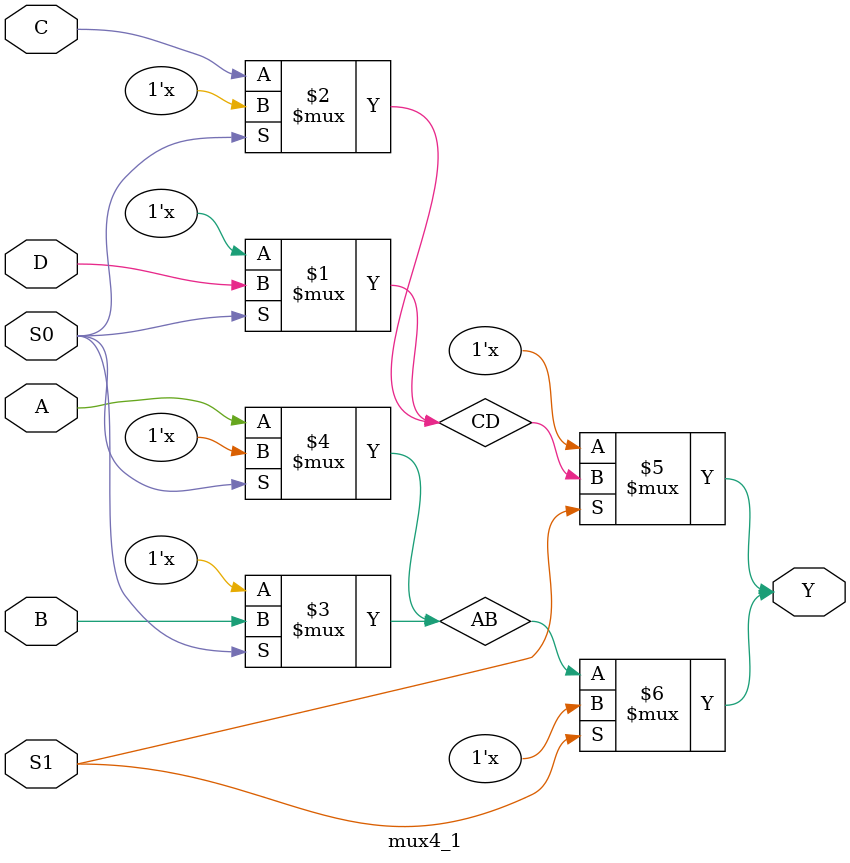
<source format=v>

module mux4_1 (A, B, C, D, S1, S0, Y);
input  A,B,C,D,S1,S0;   // ¤@¦ì¤¸¿é¤J
output Y;               // ¤@¦ì¤¸¿é¥X  

bufif1 (CD,  D, S0);
bufif0 (CD,  C, S0);
bufif1 (AB,  B, S0);
bufif0 (AB,  A, S0);
bufif1 ( Y, CD, S1);
bufif0 ( Y, AB, S1);

endmodule

</source>
